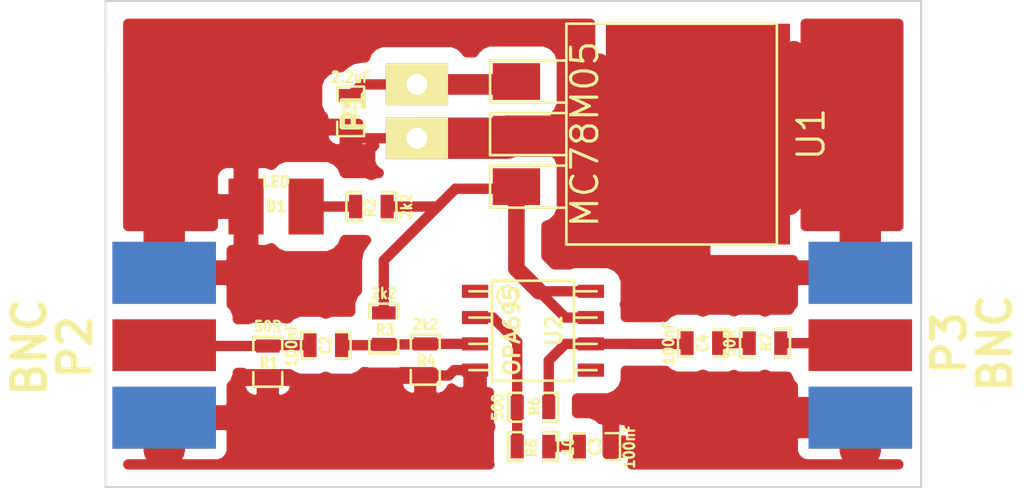
<source format=kicad_pcb>
(kicad_pcb (version 3) (host pcbnew "(2013-may-18)-stable")

  (general
    (links 35)
    (no_connects 2)
    (area 96.1316 64.002688 145.0684 88.315001)
    (thickness 1.6)
    (drawings 8)
    (tracks 71)
    (zones 0)
    (modules 17)
    (nets 12)
  )

  (page A3)
  (layers
    (15 F.Cu signal)
    (0 B.Cu signal)
    (16 B.Adhes user)
    (17 F.Adhes user)
    (18 B.Paste user)
    (19 F.Paste user)
    (20 B.SilkS user)
    (21 F.SilkS user)
    (22 B.Mask user)
    (23 F.Mask user)
    (24 Dwgs.User user)
    (25 Cmts.User user)
    (26 Eco1.User user)
    (27 Eco2.User user)
    (28 Edge.Cuts user)
  )

  (setup
    (last_trace_width 1)
    (user_trace_width 0.3)
    (user_trace_width 0.5)
    (user_trace_width 0.8)
    (user_trace_width 1)
    (user_trace_width 2)
    (trace_clearance 0.254)
    (zone_clearance 0.8)
    (zone_45_only yes)
    (trace_min 0.254)
    (segment_width 0.2)
    (edge_width 0.1)
    (via_size 0.889)
    (via_drill 0.635)
    (via_min_size 0.889)
    (via_min_drill 0.508)
    (user_via 2.2 1)
    (uvia_size 0.508)
    (uvia_drill 0.127)
    (uvias_allowed no)
    (uvia_min_size 0.508)
    (uvia_min_drill 0.127)
    (pcb_text_width 0.3)
    (pcb_text_size 1.5 1.5)
    (mod_edge_width 0.15)
    (mod_text_size 1 1)
    (mod_text_width 0.15)
    (pad_size 1.5 1.5)
    (pad_drill 0.6)
    (pad_to_mask_clearance 0)
    (aux_axis_origin 0 0)
    (visible_elements FFFFFFBF)
    (pcbplotparams
      (layerselection 3178497)
      (usegerberextensions false)
      (excludeedgelayer true)
      (linewidth 0.150000)
      (plotframeref false)
      (viasonmask false)
      (mode 1)
      (useauxorigin false)
      (hpglpennumber 1)
      (hpglpenspeed 20)
      (hpglpendiameter 15)
      (hpglpenoverlay 2)
      (psnegative false)
      (psa4output false)
      (plotreference true)
      (plotvalue true)
      (plotothertext true)
      (plotinvisibletext false)
      (padsonsilk false)
      (subtractmaskfromsilk false)
      (outputformat 2)
      (mirror true)
      (drillshape 2)
      (scaleselection 1)
      (outputdirectory /tmp/foo/))
  )

  (net 0 "")
  (net 1 GND)
  (net 2 N-000001)
  (net 3 N-0000012)
  (net 4 N-000002)
  (net 5 N-000003)
  (net 6 N-000004)
  (net 7 N-000006)
  (net 8 N-000007)
  (net 9 N-000009)
  (net 10 VCC)
  (net 11 VDD)

  (net_class Default "This is the default net class."
    (clearance 0.254)
    (trace_width 0.254)
    (via_dia 0.889)
    (via_drill 0.635)
    (uvia_dia 0.508)
    (uvia_drill 0.127)
    (add_net "")
    (add_net GND)
    (add_net N-000001)
    (add_net N-0000012)
    (add_net N-000002)
    (add_net N-000003)
    (add_net N-000004)
    (add_net N-000006)
    (add_net N-000007)
    (add_net N-000009)
    (add_net VCC)
    (add_net VDD)
  )

  (module Vishay_LED (layer F.Cu) (tedit 50B54A6C) (tstamp 53D3A8DC)
    (at 109.2 74.7 180)
    (path /53D3A92E)
    (fp_text reference D1 (at 0 0 180) (layer F.SilkS)
      (effects (font (size 0.50038 0.50038) (thickness 0.12446)))
    )
    (fp_text value LED (at 0 1.19888 180) (layer F.SilkS)
      (effects (font (size 0.50038 0.50038) (thickness 0.12446)))
    )
    (pad 1 smd rect (at -1.45034 0 180) (size 1.69926 2.70002)
      (layers F.Cu F.Paste F.Mask)
      (net 3 N-0000012)
    )
    (pad 2 smd rect (at 1.45034 0 180) (size 1.69926 2.70002)
      (layers F.Cu F.Paste F.Mask)
      (net 1 GND)
    )
  )

  (module SMA_SIDE (layer F.Cu) (tedit 53CD5082) (tstamp 53D3A8F1)
    (at 137.4 81.4 90)
    (path /53D39F3B)
    (fp_text reference P3 (at 0.1 4.3 90) (layer F.SilkS)
      (effects (font (size 1.524 1.524) (thickness 0.3048)))
    )
    (fp_text value BNC (at 0.1 6.5 90) (layer F.SilkS)
      (effects (font (size 1.524 1.524) (thickness 0.3048)))
    )
    (pad 1 smd rect (at 0 0 90) (size 2.5 5)
      (layers F.Cu F.Paste F.Mask)
      (net 5 N-000003)
    )
    (pad 2 smd rect (at -3.5 0 90) (size 3 5)
      (layers B.Cu F.Paste F.Mask)
      (net 1 GND)
    )
    (pad 2 smd rect (at 3.5 0 90) (size 3 5)
      (layers F.Cu F.Paste F.Mask)
      (net 1 GND)
    )
    (pad 2 smd rect (at 3.5 0 90) (size 3 5)
      (layers B.Cu F.Paste F.Mask)
      (net 1 GND)
    )
    (pad 2 smd rect (at -3.5 0 90) (size 3 5)
      (layers F.Cu F.Paste F.Mask)
      (net 1 GND)
    )
  )

  (module SMA_SIDE (layer F.Cu) (tedit 53CD5082) (tstamp 53D3A8FA)
    (at 103.8 81.4 270)
    (path /53D39F2C)
    (fp_text reference P2 (at 0.1 4.3 270) (layer F.SilkS)
      (effects (font (size 1.524 1.524) (thickness 0.3048)))
    )
    (fp_text value BNC (at 0.1 6.5 270) (layer F.SilkS)
      (effects (font (size 1.524 1.524) (thickness 0.3048)))
    )
    (pad 1 smd rect (at 0 0 270) (size 2.5 5)
      (layers F.Cu F.Paste F.Mask)
      (net 6 N-000004)
    )
    (pad 2 smd rect (at -3.5 0 270) (size 3 5)
      (layers B.Cu F.Paste F.Mask)
      (net 1 GND)
    )
    (pad 2 smd rect (at 3.5 0 270) (size 3 5)
      (layers F.Cu F.Paste F.Mask)
      (net 1 GND)
    )
    (pad 2 smd rect (at 3.5 0 270) (size 3 5)
      (layers B.Cu F.Paste F.Mask)
      (net 1 GND)
    )
    (pad 2 smd rect (at -3.5 0 270) (size 3 5)
      (layers F.Cu F.Paste F.Mask)
      (net 1 GND)
    )
  )

  (module SM0603_Resistor (layer F.Cu) (tedit 5051B21B) (tstamp 53D3A906)
    (at 121.6 84.4)
    (path /53D3A2F4)
    (attr smd)
    (fp_text reference R6 (at 0.0635 -0.0635 90) (layer F.SilkS)
      (effects (font (size 0.50038 0.4572) (thickness 0.1143)))
    )
    (fp_text value 500 (at -1.69926 0 90) (layer F.SilkS)
      (effects (font (size 0.508 0.4572) (thickness 0.1143)))
    )
    (fp_line (start -0.50038 -0.6985) (end -1.2065 -0.6985) (layer F.SilkS) (width 0.127))
    (fp_line (start -1.2065 -0.6985) (end -1.2065 0.6985) (layer F.SilkS) (width 0.127))
    (fp_line (start -1.2065 0.6985) (end -0.50038 0.6985) (layer F.SilkS) (width 0.127))
    (fp_line (start 1.2065 -0.6985) (end 0.50038 -0.6985) (layer F.SilkS) (width 0.127))
    (fp_line (start 1.2065 -0.6985) (end 1.2065 0.6985) (layer F.SilkS) (width 0.127))
    (fp_line (start 1.2065 0.6985) (end 0.50038 0.6985) (layer F.SilkS) (width 0.127))
    (pad 1 smd rect (at -0.762 0) (size 0.635 1.143)
      (layers F.Cu F.Paste F.Mask)
      (net 2 N-000001)
    )
    (pad 2 smd rect (at 0.762 0) (size 0.635 1.143)
      (layers F.Cu F.Paste F.Mask)
      (net 7 N-000006)
    )
    (model smd\resistors\R0603.wrl
      (at (xyz 0 0 0.001))
      (scale (xyz 0.5 0.5 0.5))
      (rotate (xyz 0 0 0))
    )
  )

  (module SM0603_Resistor (layer F.Cu) (tedit 5051B21B) (tstamp 53D3A912)
    (at 121.6 86.3 180)
    (path /53D3A30F)
    (attr smd)
    (fp_text reference R5 (at 0.0635 -0.0635 270) (layer F.SilkS)
      (effects (font (size 0.50038 0.4572) (thickness 0.1143)))
    )
    (fp_text value 10 (at -1.69926 0 270) (layer F.SilkS)
      (effects (font (size 0.508 0.4572) (thickness 0.1143)))
    )
    (fp_line (start -0.50038 -0.6985) (end -1.2065 -0.6985) (layer F.SilkS) (width 0.127))
    (fp_line (start -1.2065 -0.6985) (end -1.2065 0.6985) (layer F.SilkS) (width 0.127))
    (fp_line (start -1.2065 0.6985) (end -0.50038 0.6985) (layer F.SilkS) (width 0.127))
    (fp_line (start 1.2065 -0.6985) (end 0.50038 -0.6985) (layer F.SilkS) (width 0.127))
    (fp_line (start 1.2065 -0.6985) (end 1.2065 0.6985) (layer F.SilkS) (width 0.127))
    (fp_line (start 1.2065 0.6985) (end 0.50038 0.6985) (layer F.SilkS) (width 0.127))
    (pad 1 smd rect (at -0.762 0 180) (size 0.635 1.143)
      (layers F.Cu F.Paste F.Mask)
      (net 8 N-000007)
    )
    (pad 2 smd rect (at 0.762 0 180) (size 0.635 1.143)
      (layers F.Cu F.Paste F.Mask)
      (net 2 N-000001)
    )
    (model smd\resistors\R0603.wrl
      (at (xyz 0 0 0.001))
      (scale (xyz 0.5 0.5 0.5))
      (rotate (xyz 0 0 0))
    )
  )

  (module SM0603_Resistor (layer F.Cu) (tedit 5051B21B) (tstamp 53D3A91E)
    (at 114.4 80.6 270)
    (path /53D3A42C)
    (attr smd)
    (fp_text reference R3 (at 0.0635 -0.0635 360) (layer F.SilkS)
      (effects (font (size 0.50038 0.4572) (thickness 0.1143)))
    )
    (fp_text value 2k2 (at -1.69926 0 360) (layer F.SilkS)
      (effects (font (size 0.508 0.4572) (thickness 0.1143)))
    )
    (fp_line (start -0.50038 -0.6985) (end -1.2065 -0.6985) (layer F.SilkS) (width 0.127))
    (fp_line (start -1.2065 -0.6985) (end -1.2065 0.6985) (layer F.SilkS) (width 0.127))
    (fp_line (start -1.2065 0.6985) (end -0.50038 0.6985) (layer F.SilkS) (width 0.127))
    (fp_line (start 1.2065 -0.6985) (end 0.50038 -0.6985) (layer F.SilkS) (width 0.127))
    (fp_line (start 1.2065 -0.6985) (end 1.2065 0.6985) (layer F.SilkS) (width 0.127))
    (fp_line (start 1.2065 0.6985) (end 0.50038 0.6985) (layer F.SilkS) (width 0.127))
    (pad 1 smd rect (at -0.762 0 270) (size 0.635 1.143)
      (layers F.Cu F.Paste F.Mask)
      (net 11 VDD)
    )
    (pad 2 smd rect (at 0.762 0 270) (size 0.635 1.143)
      (layers F.Cu F.Paste F.Mask)
      (net 9 N-000009)
    )
    (model smd\resistors\R0603.wrl
      (at (xyz 0 0 0.001))
      (scale (xyz 0.5 0.5 0.5))
      (rotate (xyz 0 0 0))
    )
  )

  (module SM0603_Resistor (layer F.Cu) (tedit 5051B21B) (tstamp 53D3A92A)
    (at 116.4 82.1 270)
    (path /53D3A43B)
    (attr smd)
    (fp_text reference R4 (at 0.0635 -0.0635 360) (layer F.SilkS)
      (effects (font (size 0.50038 0.4572) (thickness 0.1143)))
    )
    (fp_text value 2k2 (at -1.69926 0 360) (layer F.SilkS)
      (effects (font (size 0.508 0.4572) (thickness 0.1143)))
    )
    (fp_line (start -0.50038 -0.6985) (end -1.2065 -0.6985) (layer F.SilkS) (width 0.127))
    (fp_line (start -1.2065 -0.6985) (end -1.2065 0.6985) (layer F.SilkS) (width 0.127))
    (fp_line (start -1.2065 0.6985) (end -0.50038 0.6985) (layer F.SilkS) (width 0.127))
    (fp_line (start 1.2065 -0.6985) (end 0.50038 -0.6985) (layer F.SilkS) (width 0.127))
    (fp_line (start 1.2065 -0.6985) (end 1.2065 0.6985) (layer F.SilkS) (width 0.127))
    (fp_line (start 1.2065 0.6985) (end 0.50038 0.6985) (layer F.SilkS) (width 0.127))
    (pad 1 smd rect (at -0.762 0 270) (size 0.635 1.143)
      (layers F.Cu F.Paste F.Mask)
      (net 9 N-000009)
    )
    (pad 2 smd rect (at 0.762 0 270) (size 0.635 1.143)
      (layers F.Cu F.Paste F.Mask)
      (net 1 GND)
    )
    (model smd\resistors\R0603.wrl
      (at (xyz 0 0 0.001))
      (scale (xyz 0.5 0.5 0.5))
      (rotate (xyz 0 0 0))
    )
  )

  (module SM0603_Resistor (layer F.Cu) (tedit 5051B21B) (tstamp 53D3A936)
    (at 108.8 82.2 270)
    (path /53D3A556)
    (attr smd)
    (fp_text reference R1 (at 0.0635 -0.0635 360) (layer F.SilkS)
      (effects (font (size 0.50038 0.4572) (thickness 0.1143)))
    )
    (fp_text value 50R (at -1.69926 0 360) (layer F.SilkS)
      (effects (font (size 0.508 0.4572) (thickness 0.1143)))
    )
    (fp_line (start -0.50038 -0.6985) (end -1.2065 -0.6985) (layer F.SilkS) (width 0.127))
    (fp_line (start -1.2065 -0.6985) (end -1.2065 0.6985) (layer F.SilkS) (width 0.127))
    (fp_line (start -1.2065 0.6985) (end -0.50038 0.6985) (layer F.SilkS) (width 0.127))
    (fp_line (start 1.2065 -0.6985) (end 0.50038 -0.6985) (layer F.SilkS) (width 0.127))
    (fp_line (start 1.2065 -0.6985) (end 1.2065 0.6985) (layer F.SilkS) (width 0.127))
    (fp_line (start 1.2065 0.6985) (end 0.50038 0.6985) (layer F.SilkS) (width 0.127))
    (pad 1 smd rect (at -0.762 0 270) (size 0.635 1.143)
      (layers F.Cu F.Paste F.Mask)
      (net 6 N-000004)
    )
    (pad 2 smd rect (at 0.762 0 270) (size 0.635 1.143)
      (layers F.Cu F.Paste F.Mask)
      (net 1 GND)
    )
    (model smd\resistors\R0603.wrl
      (at (xyz 0 0 0.001))
      (scale (xyz 0.5 0.5 0.5))
      (rotate (xyz 0 0 0))
    )
  )

  (module SM0603_Resistor (layer F.Cu) (tedit 5051B21B) (tstamp 53D3A942)
    (at 132.8 81.3)
    (path /53D3A658)
    (attr smd)
    (fp_text reference R7 (at 0.0635 -0.0635 90) (layer F.SilkS)
      (effects (font (size 0.50038 0.4572) (thickness 0.1143)))
    )
    (fp_text value 50R (at -1.69926 0 90) (layer F.SilkS)
      (effects (font (size 0.508 0.4572) (thickness 0.1143)))
    )
    (fp_line (start -0.50038 -0.6985) (end -1.2065 -0.6985) (layer F.SilkS) (width 0.127))
    (fp_line (start -1.2065 -0.6985) (end -1.2065 0.6985) (layer F.SilkS) (width 0.127))
    (fp_line (start -1.2065 0.6985) (end -0.50038 0.6985) (layer F.SilkS) (width 0.127))
    (fp_line (start 1.2065 -0.6985) (end 0.50038 -0.6985) (layer F.SilkS) (width 0.127))
    (fp_line (start 1.2065 -0.6985) (end 1.2065 0.6985) (layer F.SilkS) (width 0.127))
    (fp_line (start 1.2065 0.6985) (end 0.50038 0.6985) (layer F.SilkS) (width 0.127))
    (pad 1 smd rect (at -0.762 0) (size 0.635 1.143)
      (layers F.Cu F.Paste F.Mask)
      (net 4 N-000002)
    )
    (pad 2 smd rect (at 0.762 0) (size 0.635 1.143)
      (layers F.Cu F.Paste F.Mask)
      (net 5 N-000003)
    )
    (model smd\resistors\R0603.wrl
      (at (xyz 0 0 0.001))
      (scale (xyz 0.5 0.5 0.5))
      (rotate (xyz 0 0 0))
    )
  )

  (module SM0603_Resistor (layer F.Cu) (tedit 5051B21B) (tstamp 53D3A94E)
    (at 113.8 74.7 180)
    (path /53D3A91F)
    (attr smd)
    (fp_text reference R2 (at 0.0635 -0.0635 270) (layer F.SilkS)
      (effects (font (size 0.50038 0.4572) (thickness 0.1143)))
    )
    (fp_text value 2k2 (at -1.69926 0 270) (layer F.SilkS)
      (effects (font (size 0.508 0.4572) (thickness 0.1143)))
    )
    (fp_line (start -0.50038 -0.6985) (end -1.2065 -0.6985) (layer F.SilkS) (width 0.127))
    (fp_line (start -1.2065 -0.6985) (end -1.2065 0.6985) (layer F.SilkS) (width 0.127))
    (fp_line (start -1.2065 0.6985) (end -0.50038 0.6985) (layer F.SilkS) (width 0.127))
    (fp_line (start 1.2065 -0.6985) (end 0.50038 -0.6985) (layer F.SilkS) (width 0.127))
    (fp_line (start 1.2065 -0.6985) (end 1.2065 0.6985) (layer F.SilkS) (width 0.127))
    (fp_line (start 1.2065 0.6985) (end 0.50038 0.6985) (layer F.SilkS) (width 0.127))
    (pad 1 smd rect (at -0.762 0 180) (size 0.635 1.143)
      (layers F.Cu F.Paste F.Mask)
      (net 11 VDD)
    )
    (pad 2 smd rect (at 0.762 0 180) (size 0.635 1.143)
      (layers F.Cu F.Paste F.Mask)
      (net 3 N-0000012)
    )
    (model smd\resistors\R0603.wrl
      (at (xyz 0 0 0.001))
      (scale (xyz 0.5 0.5 0.5))
      (rotate (xyz 0 0 0))
    )
  )

  (module SM0603_Capa (layer F.Cu) (tedit 5051B1EC) (tstamp 53D3A95A)
    (at 124.6 86.3 180)
    (path /53D3A31E)
    (attr smd)
    (fp_text reference C3 (at 0 0 270) (layer F.SilkS)
      (effects (font (size 0.508 0.4572) (thickness 0.1143)))
    )
    (fp_text value 100nF (at -1.651 0 270) (layer F.SilkS)
      (effects (font (size 0.508 0.4572) (thickness 0.1143)))
    )
    (fp_line (start 0.50038 0.65024) (end 1.19888 0.65024) (layer F.SilkS) (width 0.11938))
    (fp_line (start -0.50038 0.65024) (end -1.19888 0.65024) (layer F.SilkS) (width 0.11938))
    (fp_line (start 0.50038 -0.65024) (end 1.19888 -0.65024) (layer F.SilkS) (width 0.11938))
    (fp_line (start -1.19888 -0.65024) (end -0.50038 -0.65024) (layer F.SilkS) (width 0.11938))
    (fp_line (start 1.19888 -0.635) (end 1.19888 0.635) (layer F.SilkS) (width 0.11938))
    (fp_line (start -1.19888 0.635) (end -1.19888 -0.635) (layer F.SilkS) (width 0.11938))
    (pad 1 smd rect (at -0.762 0 180) (size 0.635 1.143)
      (layers F.Cu F.Paste F.Mask)
      (net 1 GND)
    )
    (pad 2 smd rect (at 0.762 0 180) (size 0.635 1.143)
      (layers F.Cu F.Paste F.Mask)
      (net 8 N-000007)
    )
    (model smd\capacitors\C0603.wrl
      (at (xyz 0 0 0.001))
      (scale (xyz 0.5 0.5 0.5))
      (rotate (xyz 0 0 0))
    )
  )

  (module SM0603_Capa (layer F.Cu) (tedit 5051B1EC) (tstamp 53D3A966)
    (at 111.6 81.4)
    (path /53D3A51E)
    (attr smd)
    (fp_text reference C2 (at 0 0 90) (layer F.SilkS)
      (effects (font (size 0.508 0.4572) (thickness 0.1143)))
    )
    (fp_text value 100nF (at -1.651 0 90) (layer F.SilkS)
      (effects (font (size 0.508 0.4572) (thickness 0.1143)))
    )
    (fp_line (start 0.50038 0.65024) (end 1.19888 0.65024) (layer F.SilkS) (width 0.11938))
    (fp_line (start -0.50038 0.65024) (end -1.19888 0.65024) (layer F.SilkS) (width 0.11938))
    (fp_line (start 0.50038 -0.65024) (end 1.19888 -0.65024) (layer F.SilkS) (width 0.11938))
    (fp_line (start -1.19888 -0.65024) (end -0.50038 -0.65024) (layer F.SilkS) (width 0.11938))
    (fp_line (start 1.19888 -0.635) (end 1.19888 0.635) (layer F.SilkS) (width 0.11938))
    (fp_line (start -1.19888 0.635) (end -1.19888 -0.635) (layer F.SilkS) (width 0.11938))
    (pad 1 smd rect (at -0.762 0) (size 0.635 1.143)
      (layers F.Cu F.Paste F.Mask)
      (net 6 N-000004)
    )
    (pad 2 smd rect (at 0.762 0) (size 0.635 1.143)
      (layers F.Cu F.Paste F.Mask)
      (net 9 N-000009)
    )
    (model smd\capacitors\C0603.wrl
      (at (xyz 0 0 0.001))
      (scale (xyz 0.5 0.5 0.5))
      (rotate (xyz 0 0 0))
    )
  )

  (module SM0603_Capa (layer F.Cu) (tedit 5051B1EC) (tstamp 53D3A972)
    (at 129.8 81.3)
    (path /53D3A649)
    (attr smd)
    (fp_text reference C4 (at 0 0 90) (layer F.SilkS)
      (effects (font (size 0.508 0.4572) (thickness 0.1143)))
    )
    (fp_text value 100nF (at -1.651 0 90) (layer F.SilkS)
      (effects (font (size 0.508 0.4572) (thickness 0.1143)))
    )
    (fp_line (start 0.50038 0.65024) (end 1.19888 0.65024) (layer F.SilkS) (width 0.11938))
    (fp_line (start -0.50038 0.65024) (end -1.19888 0.65024) (layer F.SilkS) (width 0.11938))
    (fp_line (start 0.50038 -0.65024) (end 1.19888 -0.65024) (layer F.SilkS) (width 0.11938))
    (fp_line (start -1.19888 -0.65024) (end -0.50038 -0.65024) (layer F.SilkS) (width 0.11938))
    (fp_line (start 1.19888 -0.635) (end 1.19888 0.635) (layer F.SilkS) (width 0.11938))
    (fp_line (start -1.19888 0.635) (end -1.19888 -0.635) (layer F.SilkS) (width 0.11938))
    (pad 1 smd rect (at -0.762 0) (size 0.635 1.143)
      (layers F.Cu F.Paste F.Mask)
      (net 7 N-000006)
    )
    (pad 2 smd rect (at 0.762 0) (size 0.635 1.143)
      (layers F.Cu F.Paste F.Mask)
      (net 4 N-000002)
    )
    (model smd\capacitors\C0603.wrl
      (at (xyz 0 0 0.001))
      (scale (xyz 0.5 0.5 0.5))
      (rotate (xyz 0 0 0))
    )
  )

  (module SM0603_Capa (layer F.Cu) (tedit 5051B1EC) (tstamp 53D3A97E)
    (at 112.8 70.1 270)
    (path /53D3A814)
    (attr smd)
    (fp_text reference C1 (at 0 0 360) (layer F.SilkS)
      (effects (font (size 0.508 0.4572) (thickness 0.1143)))
    )
    (fp_text value 2.2uF (at -1.651 0 360) (layer F.SilkS)
      (effects (font (size 0.508 0.4572) (thickness 0.1143)))
    )
    (fp_line (start 0.50038 0.65024) (end 1.19888 0.65024) (layer F.SilkS) (width 0.11938))
    (fp_line (start -0.50038 0.65024) (end -1.19888 0.65024) (layer F.SilkS) (width 0.11938))
    (fp_line (start 0.50038 -0.65024) (end 1.19888 -0.65024) (layer F.SilkS) (width 0.11938))
    (fp_line (start -1.19888 -0.65024) (end -0.50038 -0.65024) (layer F.SilkS) (width 0.11938))
    (fp_line (start 1.19888 -0.635) (end 1.19888 0.635) (layer F.SilkS) (width 0.11938))
    (fp_line (start -1.19888 0.635) (end -1.19888 -0.635) (layer F.SilkS) (width 0.11938))
    (pad 1 smd rect (at -0.762 0 270) (size 0.635 1.143)
      (layers F.Cu F.Paste F.Mask)
      (net 10 VCC)
    )
    (pad 2 smd rect (at 0.762 0 270) (size 0.635 1.143)
      (layers F.Cu F.Paste F.Mask)
      (net 1 GND)
    )
    (model smd\capacitors\C0603.wrl
      (at (xyz 0 0 0.001))
      (scale (xyz 0.5 0.5 0.5))
      (rotate (xyz 0 0 0))
    )
  )

  (module DPAK3 (layer F.Cu) (tedit 42808881) (tstamp 53D3A993)
    (at 120.8 71.2 270)
    (tags "CMS DPACK")
    (path /53D3A750)
    (fp_text reference U1 (at 0 -14.224 270) (layer F.SilkS)
      (effects (font (size 1.27 1.27) (thickness 0.1524)))
    )
    (fp_text value MC78M05 (at 0 -3.302 270) (layer F.SilkS)
      (effects (font (size 1.27 1.27) (thickness 0.1524)))
    )
    (fp_line (start 1.524 -2.413) (end 1.524 1.27) (layer F.SilkS) (width 0.127))
    (fp_line (start 1.524 1.27) (end 3.556 1.27) (layer F.SilkS) (width 0.127))
    (fp_line (start 3.556 1.27) (end 3.556 -2.413) (layer F.SilkS) (width 0.127))
    (fp_line (start -1.016 -2.413) (end -1.016 1.27) (layer F.SilkS) (width 0.127))
    (fp_line (start -1.016 1.27) (end 1.016 1.27) (layer F.SilkS) (width 0.127))
    (fp_line (start 1.016 1.27) (end 1.016 -2.413) (layer F.SilkS) (width 0.127))
    (fp_line (start -3.556 -2.413) (end -3.556 1.27) (layer F.SilkS) (width 0.127))
    (fp_line (start -3.556 1.27) (end -1.524 1.27) (layer F.SilkS) (width 0.127))
    (fp_line (start -1.524 1.27) (end -1.524 -2.413) (layer F.SilkS) (width 0.127))
    (fp_line (start -5.334 -2.413) (end 5.334 -2.413) (layer F.SilkS) (width 0.127))
    (fp_line (start 5.334 -2.413) (end 5.334 -12.573) (layer F.SilkS) (width 0.127))
    (fp_line (start 5.334 -12.573) (end -5.334 -12.573) (layer F.SilkS) (width 0.127))
    (fp_line (start -5.334 -12.573) (end -5.334 -2.413) (layer F.SilkS) (width 0.127))
    (pad 2 smd rect (at 0 -8.763 270) (size 10.668 8.89)
      (layers F.Cu F.Paste F.Mask)
      (net 1 GND)
    )
    (pad 2 smd rect (at 0 0 270) (size 1.778 2.286)
      (layers F.Cu F.Paste F.Mask)
      (net 1 GND)
    )
    (pad 1 smd rect (at -2.54 0 270) (size 1.778 2.286)
      (layers F.Cu F.Paste F.Mask)
      (net 10 VCC)
    )
    (pad 3 smd rect (at 2.54 0 270) (size 1.778 2.286)
      (layers F.Cu F.Paste F.Mask)
      (net 11 VDD)
    )
    (model smd/dpack_3.wrl
      (at (xyz 0 0 0))
      (scale (xyz 1 1 1))
      (rotate (xyz 0 0 0))
    )
  )

  (module 2pin_2.54mm (layer F.Cu) (tedit 516095F4) (tstamp 53D3A999)
    (at 116 70.1 90)
    (descr "module 1 pin (ou trou mecanique de percage)")
    (tags DEV)
    (path /53D3A8A1)
    (fp_text reference P1 (at 0 -3.048 90) (layer F.SilkS)
      (effects (font (size 1.016 1.016) (thickness 0.254)))
    )
    (fp_text value CONN_2 (at 0 2.794 90) (layer F.SilkS) hide
      (effects (font (size 1.016 1.016) (thickness 0.254)))
    )
    (pad 1 thru_hole rect (at -1.30048 0 90) (size 2 3) (drill 1.00076)
      (layers *.Cu *.Mask F.SilkS)
      (net 1 GND)
    )
    (pad 2 thru_hole rect (at 1.30048 0 270) (size 2 3) (drill 1.00076)
      (layers *.Cu *.Mask F.SilkS)
      (net 10 VCC)
    )
  )

  (module so-8 (layer F.Cu) (tedit 48A6C16E) (tstamp 53D3A8E8)
    (at 121.6 80.7 270)
    (descr SO-8)
    (path /53D3B7EA)
    (attr smd)
    (fp_text reference U2 (at 0 -1.016 270) (layer F.SilkS)
      (effects (font (size 0.7493 0.7493) (thickness 0.14986)))
    )
    (fp_text value OPA695 (at 0 1.016 270) (layer F.SilkS)
      (effects (font (size 0.7493 0.7493) (thickness 0.14986)))
    )
    (fp_line (start -2.413 -1.9812) (end -2.413 1.9812) (layer F.SilkS) (width 0.127))
    (fp_line (start -2.413 1.9812) (end 2.413 1.9812) (layer F.SilkS) (width 0.127))
    (fp_line (start 2.413 1.9812) (end 2.413 -1.9812) (layer F.SilkS) (width 0.127))
    (fp_line (start 2.413 -1.9812) (end -2.413 -1.9812) (layer F.SilkS) (width 0.127))
    (fp_line (start -1.905 -1.9812) (end -1.905 -3.0734) (layer F.SilkS) (width 0.127))
    (fp_line (start -0.635 -1.9812) (end -0.635 -3.0734) (layer F.SilkS) (width 0.127))
    (fp_line (start 0.635 -1.9812) (end 0.635 -3.0734) (layer F.SilkS) (width 0.127))
    (fp_line (start 1.905 -3.0734) (end 1.905 -1.9812) (layer F.SilkS) (width 0.127))
    (fp_line (start 1.905 1.9812) (end 1.905 3.0734) (layer F.SilkS) (width 0.127))
    (fp_line (start 0.635 3.0734) (end 0.635 1.9812) (layer F.SilkS) (width 0.127))
    (fp_line (start -0.635 3.0734) (end -0.635 1.9812) (layer F.SilkS) (width 0.127))
    (fp_line (start -1.905 3.0734) (end -1.905 1.9812) (layer F.SilkS) (width 0.127))
    (fp_circle (center -1.6764 1.2446) (end -1.9558 1.6256) (layer F.SilkS) (width 0.127))
    (pad 1 smd rect (at -1.905 2.794 270) (size 0.635 1.27)
      (layers F.Cu F.Paste F.Mask)
    )
    (pad 2 smd rect (at -0.635 2.794 270) (size 0.635 1.27)
      (layers F.Cu F.Paste F.Mask)
      (net 2 N-000001)
    )
    (pad 3 smd rect (at 0.635 2.794 270) (size 0.635 1.27)
      (layers F.Cu F.Paste F.Mask)
      (net 9 N-000009)
    )
    (pad 4 smd rect (at 1.905 2.794 270) (size 0.635 1.27)
      (layers F.Cu F.Paste F.Mask)
      (net 1 GND)
    )
    (pad 5 smd rect (at 1.905 -2.794 270) (size 0.635 1.27)
      (layers F.Cu F.Paste F.Mask)
    )
    (pad 6 smd rect (at 0.635 -2.794 270) (size 0.635 1.27)
      (layers F.Cu F.Paste F.Mask)
      (net 7 N-000006)
    )
    (pad 7 smd rect (at -0.635 -2.794 270) (size 0.635 1.27)
      (layers F.Cu F.Paste F.Mask)
      (net 11 VDD)
    )
    (pad 8 smd rect (at -1.905 -2.794 270) (size 0.635 1.27)
      (layers F.Cu F.Paste F.Mask)
      (net 11 VDD)
    )
    (model smd/smd_dil/so-8.wrl
      (at (xyz 0 0 0))
      (scale (xyz 1 1 1))
      (rotate (xyz 0 0 0))
    )
  )

  (gr_line (start 140.335 64.77) (end 140.335 67.31) (angle 90) (layer Edge.Cuts) (width 0.1))
  (gr_line (start 100.965 64.77) (end 140.335 64.77) (angle 90) (layer Edge.Cuts) (width 0.1))
  (gr_line (start 100.965 67.31) (end 100.965 64.77) (angle 90) (layer Edge.Cuts) (width 0.1))
  (gr_line (start 100.965 67.945) (end 100.965 67.31) (angle 90) (layer Edge.Cuts) (width 0.1))
  (gr_line (start 100.965 67.31) (end 100.965 67.945) (angle 90) (layer Edge.Cuts) (width 0.1))
  (gr_line (start 140.335 88.265) (end 140.335 67.31) (angle 90) (layer Edge.Cuts) (width 0.1))
  (gr_line (start 100.965 88.26) (end 140.335 88.26) (angle 90) (layer Edge.Cuts) (width 0.1))
  (gr_line (start 100.965 67.945) (end 100.965 88.265) (angle 90) (layer Edge.Cuts) (width 0.1))

  (segment (start 129.563 71.2) (end 130.4 71.2) (width 1) (layer F.Cu) (net 1) (status C00000))
  (segment (start 134.2 74.4) (end 134.2 67.2) (width 1) (layer F.Cu) (net 1) (tstamp 53D3C104))
  (segment (start 134 74.6) (end 134.2 74.4) (width 1) (layer F.Cu) (net 1) (tstamp 53D3C103) (status 400000))
  (segment (start 133.8 74.6) (end 134 74.6) (width 1) (layer F.Cu) (net 1) (tstamp 53D3C102) (status C00000))
  (segment (start 130.4 71.2) (end 133.8 74.6) (width 1) (layer F.Cu) (net 1) (tstamp 53D3C100) (status C00000))
  (segment (start 125 71.3) (end 125 68) (width 1) (layer F.Cu) (net 1))
  (segment (start 125 68) (end 124.8 67.8) (width 1) (layer F.Cu) (net 1) (tstamp 53D3C0FB))
  (segment (start 125 71.3) (end 125 76.8) (width 1) (layer F.Cu) (net 1))
  (segment (start 125 76.8) (end 129.2 76.8) (width 1) (layer F.Cu) (net 1) (tstamp 53D3C0F3))
  (segment (start 116.4 82.862) (end 117.538 82.862) (width 0.5) (layer F.Cu) (net 1))
  (segment (start 117.795 82.605) (end 118.806 82.605) (width 0.5) (layer F.Cu) (net 1) (tstamp 53D3BD6A))
  (segment (start 117.538 82.862) (end 117.795 82.605) (width 0.5) (layer F.Cu) (net 1) (tstamp 53D3BD69))
  (segment (start 137.4 84.9) (end 137.4 86.4) (width 2) (layer F.Cu) (net 1))
  (segment (start 137.4 86.4) (end 137.4 84.9) (width 2) (layer F.Cu) (net 1) (tstamp 53D3B083))
  (segment (start 137.4 77.9) (end 137.4 75.8) (width 2) (layer F.Cu) (net 1))
  (segment (start 137.4 84.9) (end 133.7 84.9) (width 2) (layer F.Cu) (net 1))
  (segment (start 133.7 84.9) (end 133.6 85) (width 2) (layer F.Cu) (net 1) (tstamp 53D3B07A))
  (segment (start 103.8 84.9) (end 103.8 86.4) (width 2) (layer F.Cu) (net 1))
  (segment (start 103.8 86.4) (end 103.8 84.9) (width 2) (layer F.Cu) (net 1) (tstamp 53D3B079))
  (segment (start 103.8 77.9) (end 103.8 75.4) (width 2) (layer F.Cu) (net 1))
  (segment (start 103.8 75.4) (end 104 75.2) (width 2) (layer F.Cu) (net 1) (tstamp 53D3B075))
  (segment (start 129.163 71.3) (end 129.163 71.937) (width 2) (layer F.Cu) (net 1))
  (segment (start 129.163 71.3) (end 128 71.3) (width 2) (layer F.Cu) (net 1))
  (segment (start 129.163 71.3) (end 130 71.3) (width 2) (layer F.Cu) (net 1))
  (segment (start 116 71.40048) (end 120.29952 71.40048) (width 2) (layer F.Cu) (net 1))
  (segment (start 116 71.40048) (end 113.33848 71.40048) (width 0.5) (layer F.Cu) (net 1))
  (segment (start 113.33848 71.40048) (end 112.8 70.862) (width 0.5) (layer F.Cu) (net 1) (tstamp 53D3AE5D))
  (segment (start 120.29952 71.40048) (end 120.4 71.3) (width 2) (layer F.Cu) (net 1) (tstamp 53D3AE86))
  (segment (start 120.4 71.3) (end 125 71.3) (width 2) (layer F.Cu) (net 1))
  (segment (start 125 71.3) (end 129.163 71.3) (width 2) (layer F.Cu) (net 1) (tstamp 53D3C0F1))
  (segment (start 120.838 84.4) (end 120.838 86.3) (width 0.5) (layer F.Cu) (net 2))
  (segment (start 118.806 80.065) (end 119.665 80.065) (width 0.5) (layer F.Cu) (net 2))
  (segment (start 120.838 81.238) (end 120.838 84.4) (width 0.5) (layer F.Cu) (net 2) (tstamp 53D3BCB9))
  (segment (start 119.665 80.065) (end 120.838 81.238) (width 0.5) (layer F.Cu) (net 2) (tstamp 53D3BCB8))
  (segment (start 113.038 74.7) (end 111.05034 74.7) (width 0.5) (layer F.Cu) (net 3))
  (segment (start 130.562 81.3) (end 132.038 81.3) (width 0.5) (layer F.Cu) (net 4))
  (segment (start 133.562 81.3) (end 137.3 81.3) (width 0.5) (layer F.Cu) (net 5))
  (segment (start 137.3 81.3) (end 137.4 81.4) (width 0.5) (layer F.Cu) (net 5) (tstamp 53D3AE1F))
  (segment (start 108.8 81.438) (end 103.838 81.438) (width 0.5) (layer F.Cu) (net 6))
  (segment (start 103.838 81.438) (end 103.8 81.4) (width 0.5) (layer F.Cu) (net 6) (tstamp 53D3AEBF))
  (segment (start 110.838 81.4) (end 108.838 81.4) (width 0.5) (layer F.Cu) (net 6))
  (segment (start 108.838 81.4) (end 108.8 81.438) (width 0.5) (layer F.Cu) (net 6) (tstamp 53D3AEBC))
  (segment (start 124.394 81.335) (end 126.197 81.335) (width 0.5) (layer F.Cu) (net 7))
  (segment (start 129 81.338) (end 129.038 81.3) (width 0.5) (layer F.Cu) (net 7) (tstamp 53D3AE1A))
  (segment (start 126.2 81.338) (end 129 81.338) (width 0.5) (layer F.Cu) (net 7))
  (segment (start 126.197 81.335) (end 126.2 81.338) (width 0.5) (layer F.Cu) (net 7) (tstamp 53D3BCE1))
  (segment (start 124.394 81.335) (end 123.165 81.335) (width 0.5) (layer F.Cu) (net 7))
  (segment (start 122.362 82.138) (end 122.362 84.4) (width 0.5) (layer F.Cu) (net 7) (tstamp 53D3BCB4))
  (segment (start 123.165 81.335) (end 122.362 82.138) (width 0.5) (layer F.Cu) (net 7) (tstamp 53D3BCB3))
  (segment (start 128.976 81.238) (end 129.038 81.3) (width 0.5) (layer F.Cu) (net 7) (tstamp 53D3AE12))
  (segment (start 122.362 86.3) (end 123.838 86.3) (width 0.5) (layer F.Cu) (net 8))
  (segment (start 118.806 81.335) (end 116.403 81.335) (width 0.5) (layer F.Cu) (net 9))
  (segment (start 116.403 81.335) (end 116.4 81.338) (width 0.5) (layer F.Cu) (net 9) (tstamp 53D3BD65))
  (segment (start 112.362 81.4) (end 114.362 81.4) (width 0.5) (layer F.Cu) (net 9))
  (segment (start 114.362 81.4) (end 114.4 81.362) (width 0.5) (layer F.Cu) (net 9) (tstamp 53D3AEB9))
  (segment (start 116.4 81.362) (end 114.4 81.362) (width 0.5) (layer F.Cu) (net 9))
  (segment (start 120.36048 68.79952) (end 120.4 68.76) (width 0.5) (layer F.Cu) (net 10) (tstamp 53D3AE50))
  (segment (start 116 68.79952) (end 113.33848 68.79952) (width 0.5) (layer F.Cu) (net 10))
  (segment (start 113.33848 68.79952) (end 112.8 69.338) (width 0.5) (layer F.Cu) (net 10) (tstamp 53D3AE5A))
  (segment (start 116 68.79952) (end 120.36048 68.79952) (width 1) (layer F.Cu) (net 10))
  (segment (start 121.895 78.795) (end 124.394 78.795) (width 0.5) (layer F.Cu) (net 11) (status 800000))
  (segment (start 124.394 80.065) (end 123.165 80.065) (width 0.5) (layer F.Cu) (net 11) (status 400000))
  (segment (start 121.895 78.795) (end 120.8 77.7) (width 0.8) (layer F.Cu) (net 11) (tstamp 53D3BD61))
  (segment (start 120.8 77.7) (end 120.8 73.74) (width 0.8) (layer F.Cu) (net 11) (tstamp 53D3BD62))
  (segment (start 123.165 80.065) (end 121.895 78.795) (width 0.5) (layer F.Cu) (net 11) (tstamp 53D3BDF6))
  (segment (start 117 74.7) (end 117.2 74.5) (width 0.5) (layer F.Cu) (net 11) (tstamp 53D3AE45))
  (segment (start 114.562 74.7) (end 117 74.7) (width 0.5) (layer F.Cu) (net 11))
  (segment (start 114.4 79.838) (end 114.4 77.3) (width 0.5) (layer F.Cu) (net 11))
  (segment (start 114.4 77.3) (end 117.2 74.5) (width 0.5) (layer F.Cu) (net 11) (tstamp 53D3BD75))
  (segment (start 117.2 74.5) (end 117.86 73.84) (width 0.5) (layer F.Cu) (net 11) (tstamp 53D3AD96))
  (segment (start 117.86 73.84) (end 120.4 73.84) (width 0.5) (layer F.Cu) (net 11) (tstamp 53D3AD97))

  (zone (net 1) (net_name GND) (layer F.Cu) (tstamp 53D3BD8D) (hatch edge 0.508)
    (connect_pads (clearance 0.8))
    (min_thickness 0.5)
    (fill (arc_segments 16) (thermal_gap 0.508) (thermal_bridge_width 1.2))
    (polygon
      (pts
        (xy 140.335 88.265) (xy 100.965 88.265) (xy 100.965 64.77) (xy 140.335 64.77)
      )
    )
    (filled_polygon
      (pts
        (xy 116.37 71.75048) (xy 116.35 71.75048) (xy 116.35 71.77048) (xy 115.65 71.77048) (xy 115.65 71.75048)
        (xy 115.63 71.75048) (xy 115.63 71.05048) (xy 115.65 71.05048) (xy 115.65 71.03048) (xy 116.35 71.03048)
        (xy 116.35 71.05048) (xy 116.37 71.05048) (xy 116.37 71.75048)
      )
    )
    (filled_polygon
      (pts
        (xy 119.538 85.35661) (xy 119.470684 85.518726) (xy 119.470319 85.936441) (xy 119.470319 87.079441) (xy 119.503605 87.16)
        (xy 118.4885 87.16) (xy 116.11425 87.16) (xy 116.11425 83.748) (xy 116.11425 83.02075) (xy 115.26 83.02075)
        (xy 115.0705 83.21025) (xy 115.070369 83.329614) (xy 115.185524 83.608311) (xy 115.398567 83.821726) (xy 115.677063 83.937368)
        (xy 115.978614 83.937631) (xy 115.92475 83.9375) (xy 116.11425 83.748) (xy 116.11425 87.16) (xy 110.129631 87.16)
        (xy 110.129631 83.429614) (xy 110.1295 83.31025) (xy 109.94 83.12075) (xy 109.08575 83.12075) (xy 109.08575 83.848)
        (xy 109.27525 84.0375) (xy 109.221386 84.037631) (xy 109.522937 84.037368) (xy 109.801433 83.921726) (xy 110.014476 83.708311)
        (xy 110.129631 83.429614) (xy 110.129631 87.16) (xy 108.51425 87.16) (xy 108.51425 83.848) (xy 108.51425 83.12075)
        (xy 107.66 83.12075) (xy 107.4705 83.31025) (xy 107.470369 83.429614) (xy 107.585524 83.708311) (xy 107.798567 83.921726)
        (xy 108.077063 84.037368) (xy 108.378614 84.037631) (xy 108.32475 84.0375) (xy 108.51425 83.848) (xy 108.51425 87.16)
        (xy 107.058131 87.16) (xy 107.058131 86.550114) (xy 107.058 85.4395) (xy 106.8685 85.25) (xy 104.15 85.25)
        (xy 104.15 86.9685) (xy 104.3395 87.158) (xy 106.149886 87.158131) (xy 106.451437 87.157868) (xy 106.729933 87.042226)
        (xy 106.942976 86.828811) (xy 107.058131 86.550114) (xy 107.058131 87.16) (xy 102.065 87.16) (xy 102.065 87.158086)
        (xy 103.2605 87.158) (xy 103.45 86.9685) (xy 103.45 85.25) (xy 103.43 85.25) (xy 103.43 84.55)
        (xy 103.45 84.55) (xy 103.45 84.53) (xy 104.15 84.53) (xy 104.15 84.55) (xy 106.8685 84.55)
        (xy 107.058 84.3605) (xy 107.058116 83.376834) (xy 107.189627 83.245554) (xy 107.349816 82.859774) (xy 107.349922 82.738)
        (xy 107.59475 82.738) (xy 107.66 82.80325) (xy 108.01375 82.80325) (xy 108.018726 82.805316) (xy 108.436441 82.805681)
        (xy 109.579441 82.805681) (xy 109.585324 82.80325) (xy 109.86717 82.80325) (xy 109.924946 82.861127) (xy 110.310726 83.021316)
        (xy 110.728441 83.021681) (xy 111.363441 83.021681) (xy 111.600105 82.923893) (xy 111.834726 83.021316) (xy 112.252441 83.021681)
        (xy 112.887441 83.021681) (xy 113.273499 82.862165) (xy 113.435948 82.7) (xy 113.548124 82.7) (xy 113.618726 82.729316)
        (xy 114.036441 82.729681) (xy 115.179441 82.729681) (xy 115.255149 82.698399) (xy 115.26 82.70325) (xy 115.61375 82.70325)
        (xy 115.618726 82.705316) (xy 116.036441 82.705681) (xy 116.77 82.705681) (xy 116.77 83.02075) (xy 116.68575 83.02075)
        (xy 116.68575 83.748) (xy 116.87525 83.9375) (xy 116.821386 83.937631) (xy 117.122937 83.937368) (xy 117.401433 83.821726)
        (xy 117.614476 83.608311) (xy 117.664271 83.487796) (xy 117.741067 83.564726) (xy 118.019563 83.680368) (xy 118.321114 83.680631)
        (xy 118.299 83.6805) (xy 118.4885 83.491) (xy 118.4885 82.76375) (xy 118.436 82.76375) (xy 118.436 82.702681)
        (xy 119.176 82.702681) (xy 119.176 82.76375) (xy 119.1235 82.76375) (xy 119.1235 83.491) (xy 119.313 83.6805)
        (xy 119.290886 83.680631) (xy 119.47063 83.680474) (xy 119.470319 84.036441) (xy 119.470319 85.179441) (xy 119.538 85.343241)
        (xy 119.538 85.35661)
      )
    )
    (filled_polygon
      (pts
        (xy 139.235 75.641906) (xy 137.9395 75.642) (xy 137.75 75.8315) (xy 137.75 77.55) (xy 137.77 77.55)
        (xy 137.77 78.25) (xy 137.75 78.25) (xy 137.75 78.27) (xy 137.05 78.27) (xy 137.05 78.25)
        (xy 137.05 77.55) (xy 137.05 75.8315) (xy 136.8605 75.642) (xy 135.050114 75.641869) (xy 134.766103 75.642116)
        (xy 134.766 71.7395) (xy 134.5765 71.55) (xy 129.913 71.55) (xy 129.913 77.1025) (xy 130.1025 77.292)
        (xy 133.857886 77.292131) (xy 134.141991 77.291883) (xy 134.142 77.3605) (xy 134.3315 77.55) (xy 137.05 77.55)
        (xy 137.05 78.25) (xy 134.3315 78.25) (xy 134.142 78.4395) (xy 134.141883 79.423165) (xy 134.010373 79.554446)
        (xy 133.958832 79.67857) (xy 133.671559 79.678319) (xy 133.036559 79.678319) (xy 132.799894 79.776106) (xy 132.565274 79.678684)
        (xy 132.147559 79.678319) (xy 131.512559 79.678319) (xy 131.299954 79.766165) (xy 131.089274 79.678684) (xy 130.671559 79.678319)
        (xy 130.036559 79.678319) (xy 129.799894 79.776106) (xy 129.565274 79.678684) (xy 129.213 79.678376) (xy 129.213 77.1025)
        (xy 129.213 71.55) (xy 124.5495 71.55) (xy 124.36 71.7395) (xy 124.359869 76.684114) (xy 124.475024 76.962811)
        (xy 124.688067 77.176226) (xy 124.966563 77.291868) (xy 125.268114 77.292131) (xy 129.0235 77.292) (xy 129.213 77.1025)
        (xy 129.213 79.678376) (xy 129.147559 79.678319) (xy 128.512559 79.678319) (xy 128.126501 79.837835) (xy 127.925985 80.038)
        (xy 126.212081 80.038) (xy 126.197 80.035) (xy 126.079181 80.035) (xy 126.079181 79.539559) (xy 126.033998 79.430208)
        (xy 126.078816 79.322274) (xy 126.079181 78.904559) (xy 126.079181 78.269559) (xy 125.919665 77.883501) (xy 125.624554 77.587873)
        (xy 125.238774 77.427684) (xy 124.821059 77.427319) (xy 123.551059 77.427319) (xy 123.387258 77.495) (xy 122.645609 77.495)
        (xy 122.25 77.09939) (xy 122.25 75.63825) (xy 122.536999 75.519665) (xy 122.832627 75.224554) (xy 122.992816 74.838774)
        (xy 122.993181 74.421059) (xy 122.993181 72.643059) (xy 122.833665 72.257001) (xy 122.7011 72.124204) (xy 122.701 71.7395)
        (xy 122.5115 71.55) (xy 121.15 71.55) (xy 121.15 71.57) (xy 120.45 71.57) (xy 120.45 71.55)
        (xy 120.43 71.55) (xy 120.43 70.85) (xy 120.45 70.85) (xy 120.45 70.83) (xy 121.15 70.83)
        (xy 121.15 70.85) (xy 122.5115 70.85) (xy 122.701 70.6605) (xy 122.7011 70.27585) (xy 122.832627 70.144554)
        (xy 122.992816 69.758774) (xy 122.993181 69.341059) (xy 122.993181 67.563059) (xy 122.833665 67.177001) (xy 122.538554 66.881373)
        (xy 122.152774 66.721184) (xy 121.735059 66.720819) (xy 119.449059 66.720819) (xy 119.063001 66.880335) (xy 118.767373 67.175446)
        (xy 118.736614 67.24952) (xy 118.408845 67.24952) (xy 118.390665 67.205521) (xy 118.095554 66.909893) (xy 117.709774 66.749704)
        (xy 117.292059 66.749339) (xy 114.292059 66.749339) (xy 113.906001 66.908855) (xy 113.610373 67.203966) (xy 113.487648 67.49952)
        (xy 113.33848 67.49952) (xy 113.338479 67.49952) (xy 113.239522 67.519204) (xy 112.840992 67.598477) (xy 112.419241 67.880281)
        (xy 112.419238 67.880284) (xy 112.329203 67.970319) (xy 112.020559 67.970319) (xy 111.634501 68.129835) (xy 111.338873 68.424946)
        (xy 111.178684 68.810726) (xy 111.178319 69.228441) (xy 111.178319 69.863441) (xy 111.337835 70.249499) (xy 111.473911 70.385813)
        (xy 111.470369 70.394386) (xy 111.4705 70.51375) (xy 111.66 70.70325) (xy 112.01375 70.70325) (xy 112.018726 70.705316)
        (xy 112.436441 70.705681) (xy 113.17 70.705681) (xy 113.17 71.02075) (xy 113.08575 71.02075) (xy 113.08575 71.748)
        (xy 113.27525 71.9375) (xy 113.221386 71.937631) (xy 113.522937 71.937368) (xy 113.801433 71.821726) (xy 113.872552 71.750482)
        (xy 113.931498 71.750482) (xy 113.742 71.93998) (xy 113.741869 72.550594) (xy 113.857024 72.829291) (xy 114.070067 73.042706)
        (xy 114.155832 73.078319) (xy 114.036559 73.078319) (xy 113.799894 73.176106) (xy 113.565274 73.078684) (xy 113.147559 73.078319)
        (xy 112.523818 73.078319) (xy 112.51425 73.055162) (xy 112.51425 71.748) (xy 112.51425 71.02075) (xy 111.66 71.02075)
        (xy 111.4705 71.21025) (xy 111.470369 71.329614) (xy 111.585524 71.608311) (xy 111.798567 71.821726) (xy 112.077063 71.937368)
        (xy 112.378614 71.937631) (xy 112.32475 71.9375) (xy 112.51425 71.748) (xy 112.51425 73.055162) (xy 112.390635 72.755991)
        (xy 112.095524 72.460363) (xy 111.709744 72.300174) (xy 111.292029 72.299809) (xy 109.592769 72.299809) (xy 109.206711 72.459325)
        (xy 108.978937 72.6867) (xy 108.749404 72.591859) (xy 108.28916 72.59199) (xy 108.09966 72.78149) (xy 108.09966 74.35)
        (xy 108.11966 74.35) (xy 108.11966 75.05) (xy 108.09966 75.05) (xy 108.09966 76.61851) (xy 108.28916 76.80801)
        (xy 108.749404 76.808141) (xy 108.979133 76.713218) (xy 109.205156 76.939637) (xy 109.590936 77.099826) (xy 110.008651 77.100191)
        (xy 111.707911 77.100191) (xy 112.093969 76.940675) (xy 112.389597 76.645564) (xy 112.52423 76.321327) (xy 112.928441 76.321681)
        (xy 113.53984 76.321681) (xy 113.480761 76.380761) (xy 113.198957 76.802511) (xy 113.1 77.3) (xy 113.1 78.7641)
        (xy 112.938873 78.924946) (xy 112.778684 79.310726) (xy 112.778319 79.728441) (xy 112.778319 79.778587) (xy 112.471559 79.778319)
        (xy 111.836559 79.778319) (xy 111.599894 79.876106) (xy 111.365274 79.778684) (xy 110.947559 79.778319) (xy 110.312559 79.778319)
        (xy 109.926501 79.937835) (xy 109.764051 80.1) (xy 109.651875 80.1) (xy 109.581274 80.070684) (xy 109.163559 80.070319)
        (xy 108.020559 80.070319) (xy 107.856758 80.138) (xy 107.39966 80.138) (xy 107.39966 76.61851) (xy 107.39966 75.05)
        (xy 107.39966 74.35) (xy 107.39966 72.78149) (xy 107.21016 72.59199) (xy 106.749916 72.591859) (xy 106.471219 72.707014)
        (xy 106.257804 72.920057) (xy 106.142162 73.198553) (xy 106.141899 73.500104) (xy 106.14203 74.1605) (xy 106.33153 74.35)
        (xy 107.39966 74.35) (xy 107.39966 75.05) (xy 106.33153 75.05) (xy 106.14203 75.2395) (xy 106.14195 75.641869)
        (xy 104.3395 75.642) (xy 104.15 75.8315) (xy 104.15 77.55) (xy 106.8685 77.55) (xy 107.058 77.3605)
        (xy 107.058065 76.808053) (xy 107.21016 76.80801) (xy 107.39966 76.61851) (xy 107.39966 80.138) (xy 107.350181 80.138)
        (xy 107.350181 79.942059) (xy 107.190665 79.556001) (xy 107.058116 79.423219) (xy 107.058 78.4395) (xy 106.8685 78.25)
        (xy 104.15 78.25) (xy 104.15 78.27) (xy 103.45 78.27) (xy 103.45 78.25) (xy 103.43 78.25)
        (xy 103.43 77.55) (xy 103.45 77.55) (xy 103.45 75.8315) (xy 103.2605 75.642) (xy 102.065 75.641913)
        (xy 102.065 67.945) (xy 102.065 67.31) (xy 102.065 65.87) (xy 124.359873 65.87) (xy 124.36 70.6605)
        (xy 124.5495 70.85) (xy 129.213 70.85) (xy 129.213 70.83) (xy 129.913 70.83) (xy 129.913 70.85)
        (xy 134.5765 70.85) (xy 134.766 70.6605) (xy 134.766126 65.87) (xy 139.235 65.87) (xy 139.235 67.31)
        (xy 139.235 75.641906)
      )
    )
    (filled_polygon
      (pts
        (xy 139.235 87.16) (xy 137.05 87.16) (xy 137.05 86.9685) (xy 137.05 85.25) (xy 134.3315 85.25)
        (xy 134.142 85.4395) (xy 134.141869 86.550114) (xy 134.257024 86.828811) (xy 134.470067 87.042226) (xy 134.748563 87.157868)
        (xy 135.050114 87.158131) (xy 136.8605 87.158) (xy 137.05 86.9685) (xy 137.05 87.16) (xy 126.380454 87.16)
        (xy 126.437368 87.022937) (xy 126.437631 86.721386) (xy 126.437631 85.878614) (xy 126.437368 85.577063) (xy 126.321726 85.298567)
        (xy 126.108311 85.085524) (xy 125.829614 84.970369) (xy 125.71025 84.9705) (xy 125.52075 85.16) (xy 125.52075 86.01425)
        (xy 126.248 86.01425) (xy 126.4375 85.82475) (xy 126.437631 85.878614) (xy 126.437631 86.721386) (xy 126.4375 86.77525)
        (xy 126.248 86.58575) (xy 125.52075 86.58575) (xy 125.52075 86.67) (xy 125.205675 86.67) (xy 125.205681 86.663559)
        (xy 125.205681 85.520559) (xy 125.20325 85.514675) (xy 125.20325 85.16) (xy 125.01375 84.9705) (xy 124.894386 84.970369)
        (xy 124.885843 84.973898) (xy 124.751054 84.838873) (xy 124.365274 84.678684) (xy 123.947559 84.678319) (xy 123.729681 84.678319)
        (xy 123.729681 83.972473) (xy 123.966941 83.972681) (xy 125.236941 83.972681) (xy 125.622999 83.813165) (xy 125.918627 83.518054)
        (xy 126.078816 83.132274) (xy 126.079181 82.714559) (xy 126.079181 82.635) (xy 126.184918 82.635) (xy 126.2 82.638)
        (xy 128.002034 82.638) (xy 128.124946 82.761127) (xy 128.510726 82.921316) (xy 128.928441 82.921681) (xy 129.563441 82.921681)
        (xy 129.800105 82.823893) (xy 130.034726 82.921316) (xy 130.452441 82.921681) (xy 131.087441 82.921681) (xy 131.300045 82.833834)
        (xy 131.510726 82.921316) (xy 131.928441 82.921681) (xy 132.563441 82.921681) (xy 132.800105 82.823893) (xy 133.034726 82.921316)
        (xy 133.452441 82.921681) (xy 133.876155 82.921681) (xy 134.009335 83.243999) (xy 134.141883 83.37678) (xy 134.142 84.3605)
        (xy 134.3315 84.55) (xy 137.05 84.55) (xy 137.05 84.53) (xy 137.75 84.53) (xy 137.75 84.55)
        (xy 137.77 84.55) (xy 137.77 85.25) (xy 137.75 85.25) (xy 137.75 86.9685) (xy 137.9395 87.158)
        (xy 139.235 87.158093) (xy 139.235 87.16)
      )
    )
  )
  (zone (net 0) (net_name "") (layer F.Cu) (tstamp 53D3AF9F) (hatch edge 0.508)
    (connect_pads (clearance 0.508))
    (min_thickness 0.254)
    (keepout (tracks allowed) (vias allowed) (copperpour not_allowed))
    (fill (arc_segments 16) (thermal_gap 0.508) (thermal_bridge_width 1.2))
    (polygon
      (pts
        (xy 119 73.3) (xy 117.4 73.3) (xy 117.4 69.7) (xy 119 69.7)
      )
    )
  )
  (zone (net 0) (net_name "") (layer F.Cu) (tstamp 53D3C117) (hatch edge 0.508)
    (connect_pads (clearance 0.8))
    (min_thickness 0.5)
    (keepout (tracks allowed) (vias allowed) (copperpour not_allowed))
    (fill (arc_segments 16) (thermal_gap 0.508) (thermal_bridge_width 1.2))
    (polygon
      (pts
        (xy 114.6 72.4) (xy 114.6 73.8) (xy 117.2 73.8) (xy 117.2 72.4)
      )
    )
  )
)

</source>
